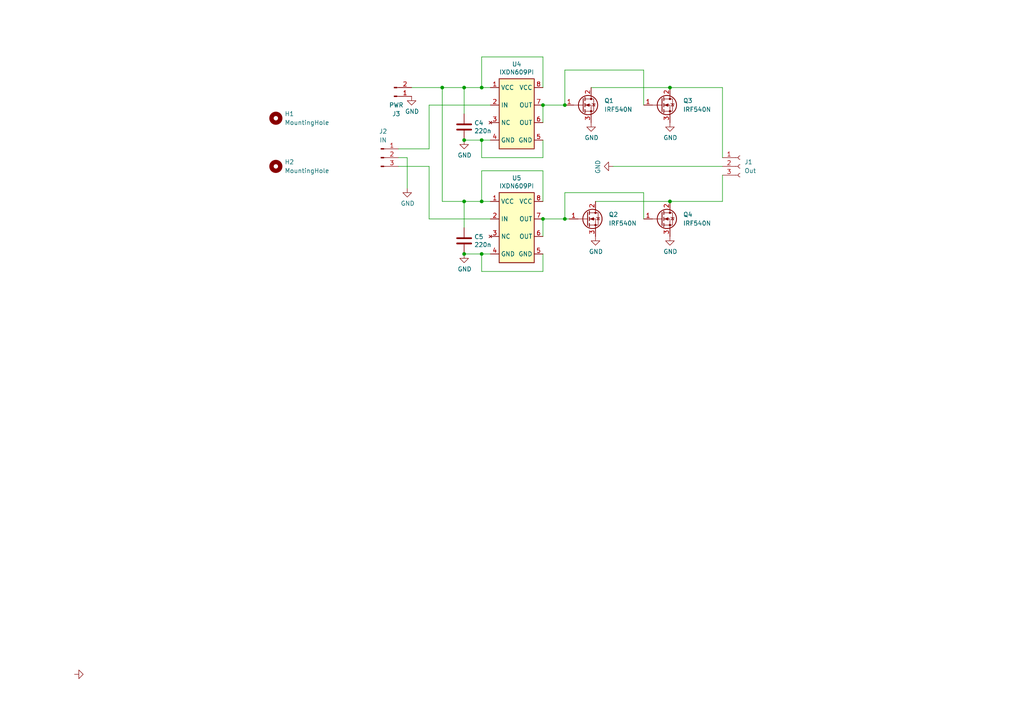
<source format=kicad_sch>
(kicad_sch (version 20231120) (generator "eeschema") (generator_version "8.0")
  (paper "A4")
  (title_block (title "PP driver") (date "2024-11-25") (rev "v0.1") (comment 1 "push pull low-side driver"))
  (lib_symbols
    (symbol "Connector:Conn_01x02_Pin" (pin_names (offset 1.016) hide)
      (property "Reference" "J" (at 0 2.54 0))
      (property "Value" "Conn_01x02_Pin" (at 0 -5.08 0))
      (symbol "Conn_01x02_Pin_1_1"
        (polyline (pts (xy 1.27 -2.54) (xy 0.8636 -2.54)) (stroke (width 0.1524)))
        (polyline (pts (xy 1.27 0) (xy 0.8636 0)) (stroke (width 0.1524)))
        (rectangle (start 0.8636 -2.413) (end 0 -2.667) (stroke (width 0.1524)) (fill (type outline)))
        (rectangle (start 0.8636 0.127) (end 0 -0.127) (stroke (width 0.1524)) (fill (type outline)))
        (pin passive line (at 5.08 0 180) (length 3.81) (name "Pin_1") (number "1"))
        (pin passive line (at 5.08 -2.54 180) (length 3.81) (name "Pin_2") (number "2"))
      )
    )
    (symbol "Connector:Conn_01x03_Pin" (pin_names (offset 1.016) hide)
      (property "Reference" "J" (at 0 5.08 0))
      (property "Value" "Conn_01x03_Pin" (at 0 -5.08 0))
      (symbol "Conn_01x03_Pin_1_1"
        (polyline (pts (xy 1.27 -2.54) (xy 0.8636 -2.54)) (stroke (width 0.1524)))
        (polyline (pts (xy 1.27 0) (xy 0.8636 0)) (stroke (width 0.1524)))
        (polyline (pts (xy 1.27 2.54) (xy 0.8636 2.54)) (stroke (width 0.1524)))
        (rectangle (start 0.8636 -2.413) (end 0 -2.667) (stroke (width 0.1524)) (fill (type outline)))
        (rectangle (start 0.8636 0.127) (end 0 -0.127) (stroke (width 0.1524)) (fill (type outline)))
        (rectangle (start 0.8636 2.667) (end 0 2.413) (stroke (width 0.1524)) (fill (type outline)))
        (pin passive line (at 5.08 2.54 180) (length 3.81) (name "Pin_1") (number "1"))
        (pin passive line (at 5.08 0 180) (length 3.81) (name "Pin_2") (number "2"))
        (pin passive line (at 5.08 -2.54 180) (length 3.81) (name "Pin_3") (number "3"))
      )
    )
    (symbol "Connector:Conn_01x03_Socket" (pin_names (offset 1.016) hide)
      (property "Reference" "J" (at 0 5.08 0))
      (property "Value" "Conn_01x03_Socket" (at 0 -5.08 0))
      (symbol "Conn_01x03_Socket_1_1"
        (arc (start 0 -2.032) (mid -0.5058 -2.54) (end 0 -3.048) (stroke (width 0.1524)))
        (polyline (pts (xy -1.27 -2.54) (xy -0.508 -2.54)) (stroke (width 0.1524)))
        (polyline (pts (xy -1.27 0) (xy -0.508 0)) (stroke (width 0.1524)))
        (polyline (pts (xy -1.27 2.54) (xy -0.508 2.54)) (stroke (width 0.1524)))
        (arc (start 0 0.508) (mid -0.5058 0) (end 0 -0.508) (stroke (width 0.1524)))
        (arc (start 0 3.048) (mid -0.5058 2.54) (end 0 2.032) (stroke (width 0.1524)))
        (pin passive line (at -5.08 2.54 0) (length 3.81) (name "Pin_1") (number "1"))
        (pin passive line (at -5.08 0 0) (length 3.81) (name "Pin_2") (number "2"))
        (pin passive line (at -5.08 -2.54 0) (length 3.81) (name "Pin_3") (number "3"))
      )
    )
    (symbol "Device:C" (pin_numbers hide) (pin_names (offset 0.254))
      (property "Reference" "C" (at 0.635 2.54 0))
      (property "Value" "C" (at 0.635 -2.54 0))
      (symbol "C_0_1"
        (polyline (pts (xy -2.032 -0.762) (xy 2.032 -0.762)) (stroke (width 0.508)))
        (polyline (pts (xy -2.032 0.762) (xy 2.032 0.762)) (stroke (width 0.508)))
      )
      (symbol "C_1_1"
        (pin passive line (at 0 3.81 270) (length 2.794) (name "~") (number "1"))
        (pin passive line (at 0 -3.81 90) (length 2.794) (name "~") (number "2"))
      )
    )
    (symbol "Mechanical:MountingHole" (pin_names (offset 1.016)) (exclude_from_sim yes) (in_bom no)
      (property "Reference" "H" (at 0 5.08 0))
      (property "Value" "MountingHole" (at 0 3.175 0))
      (symbol "MountingHole_0_1"
        (circle (center 0 0) (radius 1.27) (stroke (width 1.27)))
      )
    )
    (symbol "Transistor_FET:IRF540N" (pin_names hide)
      (property "Reference" "Q" (at 5.08 1.905 0))
      (property "Value" "IRF540N" (at 5.08 0 0))
      (symbol "IRF540N_0_1"
        (polyline (pts (xy 0.254 0) (xy -2.54 0)))
        (polyline (pts (xy 0.254 1.905) (xy 0.254 -1.905)) (stroke (width 0.254)))
        (polyline (pts (xy 0.762 -1.27) (xy 0.762 -2.286)) (stroke (width 0.254)))
        (polyline (pts (xy 0.762 0.508) (xy 0.762 -0.508)) (stroke (width 0.254)))
        (polyline (pts (xy 0.762 2.286) (xy 0.762 1.27)) (stroke (width 0.254)))
        (polyline (pts (xy 2.54 2.54) (xy 2.54 1.778)))
        (polyline (pts (xy 2.54 -2.54) (xy 2.54 0) (xy 0.762 0)))
        (polyline (pts (xy 0.762 -1.778) (xy 3.302 -1.778) (xy 3.302 1.778) (xy 0.762 1.778)))
        (polyline (pts (xy 1.016 0) (xy 2.032 0.381) (xy 2.032 -0.381) (xy 1.016 0)) (fill (type outline)))
        (polyline (pts (xy 2.794 0.508) (xy 2.921 0.381) (xy 3.683 0.381) (xy 3.81 0.254)))
        (polyline (pts (xy 3.302 0.381) (xy 2.921 -0.254) (xy 3.683 -0.254) (xy 3.302 0.381)))
        (circle (center 1.651 0) (radius 2.794) (stroke (width 0.254)))
        (circle (center 2.54 -1.778) (radius 0.254) (fill (type outline)))
        (circle (center 2.54 1.778) (radius 0.254) (fill (type outline)))
      )
      (symbol "IRF540N_1_1"
        (pin input line (at -5.08 0 0) (length 2.54) (name "G") (number "1"))
        (pin passive line (at 2.54 5.08 270) (length 2.54) (name "D") (number "2"))
        (pin passive line (at 2.54 -5.08 90) (length 2.54) (name "S") (number "3"))
      )
    )
    (symbol "fzzt-rescue:IXDN609PI-ixdn609pi"
      (property "Reference" "U" (at 0 13.97 0))
      (property "Value" "IXDN609PI-ixdn609pi" (at 0 11.43 0))
      (symbol "IXDN609PI-ixdn609pi_0_1"
        (rectangle (start -5.08 10.16) (end 5.08 -10.16) (stroke (width 0.254)) (fill (type background)))
      )
      (symbol "IXDN609PI-ixdn609pi_1_1"
        (pin power_in line (at -7.62 7.62 0) (length 2.54) (name "VCC") (number "1"))
        (pin input line (at -7.62 2.54 0) (length 2.54) (name "IN") (number "2"))
        (pin no_connect line (at -7.62 -2.54 0) (length 2.54) (name "NC") (number "3"))
        (pin power_in line (at -7.62 -7.62 0) (length 2.54) (name "GND") (number "4"))
        (pin power_in line (at 7.62 -7.62 180) (length 2.54) (name "GND") (number "5"))
        (pin output line (at 7.62 -2.54 180) (length 2.54) (name "OUT") (number "6"))
        (pin output line (at 7.62 2.54 180) (length 2.54) (name "OUT") (number "7"))
        (pin power_in line (at 7.62 7.62 180) (length 2.54) (name "VCC") (number "8"))
      )
    )
    (symbol "power:GND" (power) (pin_names (offset 0))
      (property "Value" "GND" (at 0 -3.81 0))
      (symbol "GND_0_1"
        (polyline (pts (xy 0 0) (xy 0 -1.27) (xy 1.27 -1.27) (xy 0 -2.54) (xy -1.27 -1.27) (xy 0 -1.27)))
      )
      (symbol "GND_1_1"
        (pin power_in line (at 0 0 270) (length 0) hide (name "GND") (number "1"))
      )
    )
  )
  (junction (at 134.62 25.4))
  (junction (at 194.31 58.42))
  (junction (at 134.62 40.64))
  (junction (at 139.7 73.66))
  (junction (at 157.48 63.5))
  (junction (at 139.7 40.64))
  (junction (at 194.31 25.4))
  (junction (at 139.7 25.4))
  (junction (at 134.62 58.42))
  (junction (at 139.7 58.42))
  (junction (at 134.62 73.66))
  (junction (at 163.83 30.48))
  (junction (at 157.48 30.48))
  (junction (at 128.27 25.4))
  (junction (at 163.83 63.5))
  (wire (pts (xy 139.7 45.72) (xy 157.48 45.72)))
  (wire (pts (xy 139.7 78.74) (xy 157.48 78.74)))
  (wire (pts (xy 194.31 58.42) (xy 209.55 58.42)))
  (wire (pts (xy 124.46 48.26) (xy 124.46 63.5)))
  (wire (pts (xy 157.48 40.64) (xy 157.48 45.72)))
  (wire (pts (xy 115.57 45.72) (xy 118.11 45.72)))
  (wire (pts (xy 139.7 40.64) (xy 139.7 45.72)))
  (wire (pts (xy 139.7 25.4) (xy 142.24 25.4)))
  (wire (pts (xy 163.83 55.88) (xy 163.83 63.5)))
  (wire (pts (xy 139.7 25.4) (xy 139.7 16.51)))
  (wire (pts (xy 134.62 33.02) (xy 134.62 25.4)))
  (wire (pts (xy 139.7 73.66) (xy 139.7 78.74)))
  (wire (pts (xy 124.46 63.5) (xy 142.24 63.5)))
  (wire (pts (xy 194.31 25.4) (xy 209.55 25.4)))
  (wire (pts (xy 157.48 35.56) (xy 157.48 30.48)))
  (wire (pts (xy 209.55 25.4) (xy 209.55 45.72)))
  (wire (pts (xy 186.69 63.5) (xy 186.69 55.88)))
  (wire (pts (xy 139.7 73.66) (xy 142.24 73.66)))
  (wire (pts (xy 163.83 20.32) (xy 163.83 30.48)))
  (wire (pts (xy 157.48 16.51) (xy 157.48 25.4)))
  (wire (pts (xy 115.57 48.26) (xy 124.46 48.26)))
  (wire (pts (xy 139.7 49.53) (xy 139.7 58.42)))
  (wire (pts (xy 163.83 63.5) (xy 165.1 63.5)))
  (wire (pts (xy 172.72 58.42) (xy 194.31 58.42)))
  (wire (pts (xy 119.38 25.4) (xy 128.27 25.4)))
  (wire (pts (xy 186.69 20.32) (xy 163.83 20.32)))
  (wire (pts (xy 134.62 58.42) (xy 139.7 58.42)))
  (wire (pts (xy 134.62 73.66) (xy 139.7 73.66)))
  (wire (pts (xy 139.7 40.64) (xy 142.24 40.64)))
  (wire (pts (xy 157.48 30.48) (xy 163.83 30.48)))
  (wire (pts (xy 134.62 25.4) (xy 139.7 25.4)))
  (wire (pts (xy 134.62 66.04) (xy 134.62 58.42)))
  (wire (pts (xy 186.69 55.88) (xy 163.83 55.88)))
  (wire (pts (xy 139.7 16.51) (xy 157.48 16.51)))
  (wire (pts (xy 209.55 48.26) (xy 177.8 48.26)))
  (wire (pts (xy 186.69 30.48) (xy 186.69 20.32)))
  (wire (pts (xy 139.7 58.42) (xy 142.24 58.42)))
  (wire (pts (xy 157.48 63.5) (xy 163.83 63.5)))
  (wire (pts (xy 128.27 25.4) (xy 134.62 25.4)))
  (wire (pts (xy 157.48 49.53) (xy 139.7 49.53)))
  (wire (pts (xy 171.45 25.4) (xy 194.31 25.4)))
  (wire (pts (xy 115.57 43.18) (xy 124.46 43.18)))
  (wire (pts (xy 157.48 49.53) (xy 157.48 58.42)))
  (wire (pts (xy 124.46 30.48) (xy 142.24 30.48)))
  (wire (pts (xy 134.62 58.42) (xy 128.27 58.42)))
  (wire (pts (xy 124.46 30.48) (xy 124.46 43.18)))
  (wire (pts (xy 128.27 25.4) (xy 128.27 58.42)))
  (wire (pts (xy 118.11 45.72) (xy 118.11 54.61)))
  (wire (pts (xy 209.55 58.42) (xy 209.55 50.8)))
  (wire (pts (xy 157.48 68.58) (xy 157.48 63.5)))
  (wire (pts (xy 134.62 40.64) (xy 139.7 40.64)))
  (wire (pts (xy 157.48 78.74) (xy 157.48 73.66)))
  (symbol (lib_id "power:GND") (at 177.8 48.26 270) (unit 1)
    (property "Reference" "#PWR030" (effects (hide yes)))
    (property "Value" "GND" (at 173.4058 48.387 0))
  )
  (symbol (lib_id "power:GND") (at 172.72 68.58 0) (unit 1)
    (property "Reference" "#PWR028" (effects (hide yes)))
    (property "Value" "GND" (at 172.847 72.9742 0))
  )
  (symbol (lib_id "Transistor_FET:IRF540N") (at 191.77 63.5 0) (unit 1)
    (property "Reference" "Q4" (at 198.12 62.2299 0) (effects (justify left)))
    (property "Value" "IRF540N" (at 198.12 64.7699 0) (effects (justify left)))
    (property "Footprint" "Package_TO_SOT_THT:TO-220-3_Vertical" (effects (hide yes)))
    (property "Datasheet" "http://www.irf.com/product-info/datasheets/data/irf540n.pdf" (effects (hide yes)))
    (property "Description" "33A Id, 100V Vds, HEXFET N-Channel MOSFET, TO-220" (effects (hide yes)))
  )
  (symbol (lib_id "power:GND") (at 134.62 73.66 0) (unit 1)
    (property "Reference" "#PWR025" (effects (hide yes)))
    (property "Value" "GND" (at 134.747 78.0542 0))
  )
  (symbol (lib_id "Connector:Conn_01x03_Socket") (at 214.63 48.26 0) (unit 1)
    (property "Reference" "J1" (at 215.9 46.9899 0) (effects (justify left)))
    (property "Value" "Out" (at 215.9 49.5299 0) (effects (justify left)))
    (property "Footprint" "Connector_Phoenix_GMSTB:PhoenixContact_GMSTBA_2,5_3-G-7,62_1x03_P7.62mm_Horizontal" (effects (hide yes)))
    (property "Description" "Generic connector, single row, 01x03, script generated" (effects (hide yes)))
  )
  (symbol (lib_id "power:GND") (at 194.31 35.56 0) (unit 1)
    (property "Reference" "#PWR03" (effects (hide yes)))
    (property "Value" "GND" (at 194.437 39.9542 0))
  )
  (symbol (lib_id "power:GND") (at 194.31 68.58 0) (unit 1)
    (property "Reference" "#PWR04" (effects (hide yes)))
    (property "Value" "GND" (at 194.437 72.9742 0))
  )
  (symbol (lib_id "power:GND") (at 21.59 195.58 90) (unit 1)
    (property "Reference" "#PWR01" (effects (hide yes)))
    (property "Value" "GND" (effects (hide yes)))
  )
  (symbol (lib_id "Transistor_FET:IRF540N") (at 170.18 63.5 0) (unit 1)
    (property "Reference" "Q2" (at 176.53 62.2299 0) (effects (justify left)))
    (property "Value" "IRF540N" (at 176.53 64.7699 0) (effects (justify left)))
    (property "Footprint" "Package_TO_SOT_THT:TO-220-3_Vertical" (effects (hide yes)))
    (property "Datasheet" "http://www.irf.com/product-info/datasheets/data/irf540n.pdf" (effects (hide yes)))
    (property "Description" "33A Id, 100V Vds, HEXFET N-Channel MOSFET, TO-220" (effects (hide yes)))
  )
  (symbol (lib_id "fzzt-rescue:IXDN609PI-ixdn609pi") (at 149.86 33.02 0) (unit 1)
    (property "Reference" "U4" (at 149.86 18.6182 0))
    (property "Value" "IXDN609PI" (at 149.86 20.9296 0))
    (property "Footprint" "Package_SO:SOIC-8_3.9x4.9mm_P1.27mm" (effects (hide yes)))
  )
  (symbol (lib_id "power:GND") (at 118.11 54.61 0) (unit 1)
    (property "Reference" "#PWR02" (effects (hide yes)))
    (property "Value" "GND" (at 118.237 59.0042 0))
  )
  (symbol (lib_id "Device:C") (at 134.62 36.83 0) (unit 1)
    (property "Reference" "C4" (at 137.541 35.6616 0) (effects (justify left)))
    (property "Value" "220n" (at 137.541 37.973 0) (effects (justify left)))
    (property "Footprint" "Capacitor_SMD:C_1210_3225Metric_Pad1.33x2.70mm_HandSolder" (effects (hide yes)))
  )
  (symbol (lib_id "Mechanical:MountingHole") (at 80.01 34.29 0) (unit 1) (exclude_from_sim yes) (in_bom no)
    (property "Reference" "H1" (at 82.55 33.0199 0) (effects (justify left)))
    (property "Value" "MountingHole" (at 82.55 35.5599 0) (effects (justify left)))
    (property "Footprint" "MountingHole:MountingHole_3.2mm_M3" (effects (hide yes)))
    (property "Description" "Mounting Hole without connection" (effects (hide yes)))
  )
  (symbol (lib_id "power:GND") (at 134.62 40.64 0) (unit 1)
    (property "Reference" "#PWR024" (effects (hide yes)))
    (property "Value" "GND" (at 134.747 45.0342 0))
  )
  (symbol (lib_id "Mechanical:MountingHole") (at 80.01 48.26 0) (unit 1) (exclude_from_sim yes) (in_bom no)
    (property "Reference" "H2" (at 82.55 46.9899 0) (effects (justify left)))
    (property "Value" "MountingHole" (at 82.55 49.5299 0) (effects (justify left)))
    (property "Footprint" "MountingHole:MountingHole_3.2mm_M3" (effects (hide yes)))
    (property "Description" "Mounting Hole without connection" (effects (hide yes)))
  )
  (symbol (lib_id "Device:C") (at 134.62 69.85 0) (unit 1)
    (property "Reference" "C5" (at 137.541 68.6816 0) (effects (justify left)))
    (property "Value" "220n" (at 137.541 70.993 0) (effects (justify left)))
    (property "Footprint" "Capacitor_SMD:C_1210_3225Metric_Pad1.33x2.70mm_HandSolder" (effects (hide yes)))
  )
  (symbol (lib_id "Connector:Conn_01x03_Pin") (at 110.49 45.72 0) (unit 1)
    (property "Reference" "J2" (at 111.125 38.1 0))
    (property "Value" "IN" (at 111.125 40.64 0))
    (property "Footprint" "Connector_PinHeader_2.54mm:PinHeader_1x03_P2.54mm_Vertical" (effects (hide yes)))
    (property "Description" "Generic connector, single row, 01x03, script generated" (effects (hide yes)))
  )
  (symbol (lib_id "power:GND") (at 171.45 35.56 0) (unit 1)
    (property "Reference" "#PWR031" (effects (hide yes)))
    (property "Value" "GND" (at 171.577 39.9542 0))
  )
  (symbol (lib_id "power:GND") (at 119.38 27.94 0) (unit 1)
    (property "Reference" "#PWR05" (effects (hide yes)))
    (property "Value" "GND" (at 119.507 32.3342 0))
  )
  (symbol (lib_id "fzzt-rescue:IXDN609PI-ixdn609pi") (at 149.86 66.04 0) (unit 1)
    (property "Reference" "U5" (at 149.86 51.6382 0))
    (property "Value" "IXDN609PI" (at 149.86 53.9496 0))
    (property "Footprint" "Package_SO:SOIC-8_3.9x4.9mm_P1.27mm" (effects (hide yes)))
  )
  (symbol (lib_id "Transistor_FET:IRF540N") (at 168.91 30.48 0) (unit 1)
    (property "Reference" "Q1" (at 175.26 29.2099 0) (effects (justify left)))
    (property "Value" "IRF540N" (at 175.26 31.7499 0) (effects (justify left)))
    (property "Footprint" "Package_TO_SOT_THT:TO-220-3_Vertical" (effects (hide yes)))
    (property "Datasheet" "http://www.irf.com/product-info/datasheets/data/irf540n.pdf" (effects (hide yes)))
    (property "Description" "33A Id, 100V Vds, HEXFET N-Channel MOSFET, TO-220" (effects (hide yes)))
  )
  (symbol (lib_id "Connector:Conn_01x02_Pin") (at 114.3 27.94 0) (mirror x) (unit 1)
    (property "Reference" "J3" (at 114.935 33.02 0))
    (property "Value" "PWR" (at 114.935 30.48 0))
    (property "Footprint" "Connector_PinHeader_2.54mm:PinHeader_1x02_P2.54mm_Vertical" (effects (hide yes)))
    (property "Description" "Generic connector, single row, 01x02, script generated" (effects (hide yes)))
  )
  (symbol (lib_id "Transistor_FET:IRF540N") (at 191.77 30.48 0) (unit 1)
    (property "Reference" "Q3" (at 198.12 29.2099 0) (effects (justify left)))
    (property "Value" "IRF540N" (at 198.12 31.7499 0) (effects (justify left)))
    (property "Footprint" "Package_TO_SOT_THT:TO-220-3_Vertical" (effects (hide yes)))
    (property "Datasheet" "http://www.irf.com/product-info/datasheets/data/irf540n.pdf" (effects (hide yes)))
    (property "Description" "33A Id, 100V Vds, HEXFET N-Channel MOSFET, TO-220" (effects (hide yes)))
  )
)
</source>
